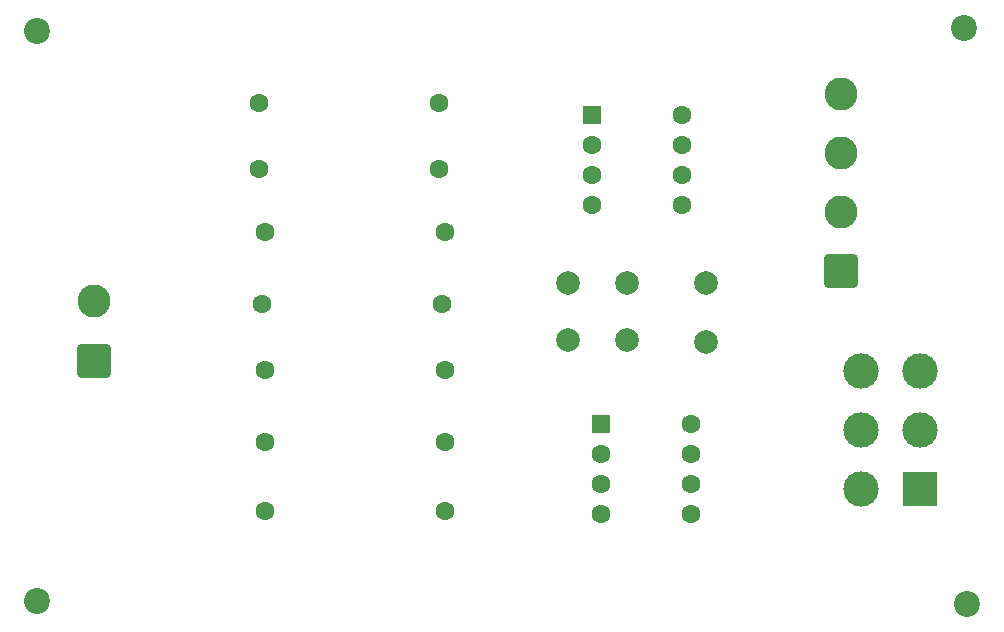
<source format=gbr>
%TF.GenerationSoftware,KiCad,Pcbnew,9.0.5*%
%TF.CreationDate,2026-02-21T14:17:59+05:30*%
%TF.ProjectId,gignal generatoe(sine _ sqaure _ triangle),6769676e-616c-4206-9765-6e657261746f,rev?*%
%TF.SameCoordinates,Original*%
%TF.FileFunction,Soldermask,Bot*%
%TF.FilePolarity,Negative*%
%FSLAX46Y46*%
G04 Gerber Fmt 4.6, Leading zero omitted, Abs format (unit mm)*
G04 Created by KiCad (PCBNEW 9.0.5) date 2026-02-21 14:17:59*
%MOMM*%
%LPD*%
G01*
G04 APERTURE LIST*
G04 Aperture macros list*
%AMRoundRect*
0 Rectangle with rounded corners*
0 $1 Rounding radius*
0 $2 $3 $4 $5 $6 $7 $8 $9 X,Y pos of 4 corners*
0 Add a 4 corners polygon primitive as box body*
4,1,4,$2,$3,$4,$5,$6,$7,$8,$9,$2,$3,0*
0 Add four circle primitives for the rounded corners*
1,1,$1+$1,$2,$3*
1,1,$1+$1,$4,$5*
1,1,$1+$1,$6,$7*
1,1,$1+$1,$8,$9*
0 Add four rect primitives between the rounded corners*
20,1,$1+$1,$2,$3,$4,$5,0*
20,1,$1+$1,$4,$5,$6,$7,0*
20,1,$1+$1,$6,$7,$8,$9,0*
20,1,$1+$1,$8,$9,$2,$3,0*%
G04 Aperture macros list end*
%ADD10C,1.600000*%
%ADD11RoundRect,0.250000X-0.550000X-0.550000X0.550000X-0.550000X0.550000X0.550000X-0.550000X0.550000X0*%
%ADD12C,3.000000*%
%ADD13R,3.000000X3.000000*%
%ADD14C,2.200000*%
%ADD15RoundRect,0.250001X1.149999X-1.149999X1.149999X1.149999X-1.149999X1.149999X-1.149999X-1.149999X0*%
%ADD16C,2.800000*%
%ADD17C,2.000000*%
G04 APERTURE END LIST*
D10*
%TO.C,U2*%
X171704000Y-51562000D03*
X171704000Y-54102000D03*
X171704000Y-56642000D03*
X171704000Y-59182000D03*
X164084000Y-59182000D03*
X164084000Y-56642000D03*
X164084000Y-54102000D03*
D11*
X164084000Y-51562000D03*
%TD*%
D12*
%TO.C,RV2*%
X186092000Y-47070000D03*
X186092000Y-52070000D03*
X186092000Y-57070000D03*
X191092000Y-47070000D03*
X191092000Y-52070000D03*
D13*
X191092000Y-57070000D03*
%TD*%
D14*
%TO.C,REF\u002A\u002A*%
X116332000Y-18288000D03*
%TD*%
%TO.C,REF\u002A\u002A*%
X116332000Y-66548000D03*
%TD*%
%TO.C,REF\u002A\u002A*%
X195072000Y-66802000D03*
%TD*%
%TO.C,REF\u002A\u002A*%
X194818000Y-18034000D03*
%TD*%
D10*
%TO.C,R2*%
X150368000Y-29972000D03*
X135128000Y-29972000D03*
%TD*%
%TO.C,R3*%
X150876000Y-35306000D03*
X135636000Y-35306000D03*
%TD*%
D11*
%TO.C,U1*%
X163322000Y-25400000D03*
D10*
X163322000Y-27940000D03*
X163322000Y-30480000D03*
X163322000Y-33020000D03*
X170942000Y-33020000D03*
X170942000Y-30480000D03*
X170942000Y-27940000D03*
X170942000Y-25400000D03*
%TD*%
%TO.C,R7*%
X150876000Y-53086000D03*
X135636000Y-53086000D03*
%TD*%
%TO.C,R6*%
X135636000Y-46990000D03*
X150876000Y-46990000D03*
%TD*%
%TO.C,R5*%
X150876000Y-58928000D03*
X135636000Y-58928000D03*
%TD*%
%TO.C,R4*%
X135382000Y-41402000D03*
X150622000Y-41402000D03*
%TD*%
%TO.C,R1*%
X135128000Y-24384000D03*
X150368000Y-24384000D03*
%TD*%
D15*
%TO.C,J2*%
X184404000Y-38622000D03*
D16*
X184404000Y-33622000D03*
X184404000Y-28622000D03*
X184404000Y-23622000D03*
%TD*%
D15*
%TO.C,J1*%
X121125500Y-46192000D03*
D16*
X121125500Y-41192000D03*
%TD*%
D17*
%TO.C,C3*%
X172974000Y-44664000D03*
X172974000Y-39664000D03*
%TD*%
%TO.C,C2*%
X161330000Y-44450000D03*
X166330000Y-44450000D03*
%TD*%
%TO.C,C1*%
X166330000Y-39624000D03*
X161330000Y-39624000D03*
%TD*%
M02*

</source>
